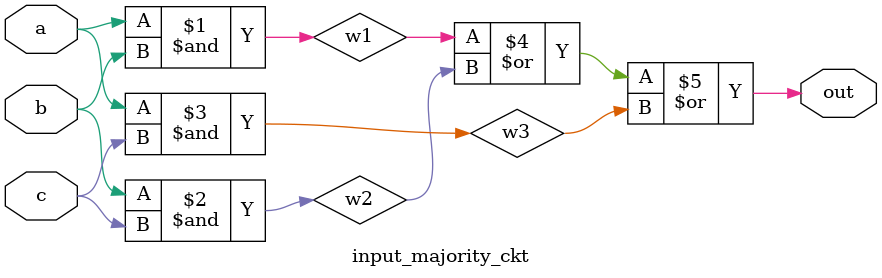
<source format=v>
module input_majority_ckt (a,b,c,out);
input a,b,c;
output out;
wire w1, w2, w3;

and A1 (w1,a,b);
and A2 (w2,b,c);
and A3 (w3,a,c);
or A4 (out, w1, w2, w3);

endmodule
</source>
